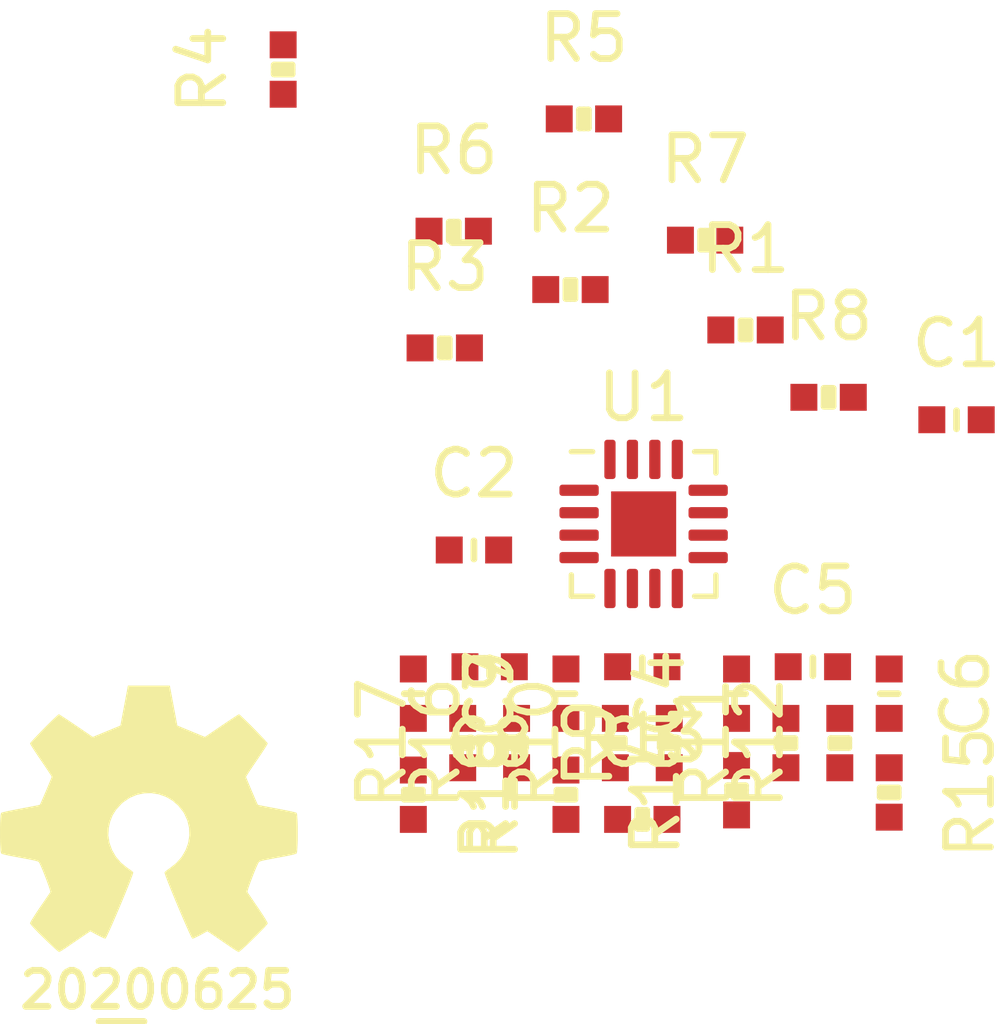
<source format=kicad_pcb>
(kicad_pcb (version 20171130) (host pcbnew 5.1.6-c6e7f7d~86~ubuntu19.10.1)

  (general
    (thickness 1.6)
    (drawings 0)
    (tracks 0)
    (zones 0)
    (modules 31)
    (nets 22)
  )

  (page A4)
  (layers
    (0 F.Cu signal)
    (31 B.Cu signal)
    (32 B.Adhes user)
    (33 F.Adhes user)
    (34 B.Paste user)
    (35 F.Paste user)
    (36 B.SilkS user)
    (37 F.SilkS user)
    (38 B.Mask user)
    (39 F.Mask user)
    (40 Dwgs.User user)
    (41 Cmts.User user)
    (42 Eco1.User user)
    (43 Eco2.User user)
    (44 Edge.Cuts user)
    (45 Margin user)
    (46 B.CrtYd user)
    (47 F.CrtYd user)
    (48 B.Fab user)
    (49 F.Fab user)
  )

  (setup
    (last_trace_width 0.25)
    (user_trace_width 0.2)
    (user_trace_width 0.3)
    (user_trace_width 0.4)
    (user_trace_width 0.6)
    (user_trace_width 0.8)
    (user_trace_width 1)
    (user_trace_width 1.2)
    (user_trace_width 1.4)
    (user_trace_width 1.6)
    (user_trace_width 2)
    (trace_clearance 0.2)
    (zone_clearance 0.508)
    (zone_45_only no)
    (trace_min 0.1524)
    (via_size 0.8)
    (via_drill 0.4)
    (via_min_size 0.381)
    (via_min_drill 0.254)
    (user_via 0.4 0.254)
    (user_via 0.5 0.3)
    (user_via 0.6 0.4)
    (user_via 0.8 0.6)
    (user_via 1.1 0.8)
    (user_via 1.3 1)
    (user_via 1.5 1.2)
    (user_via 1.7 1.4)
    (user_via 1.9 1.6)
    (user_via 2.5 2)
    (uvia_size 0.3)
    (uvia_drill 0.1)
    (uvias_allowed no)
    (uvia_min_size 0.2)
    (uvia_min_drill 0.1)
    (edge_width 0.05)
    (segment_width 0.2)
    (pcb_text_width 0.3)
    (pcb_text_size 1.5 1.5)
    (mod_edge_width 0.12)
    (mod_text_size 0.8 0.8)
    (mod_text_width 0.12)
    (pad_size 1.524 1.524)
    (pad_drill 0.762)
    (pad_to_mask_clearance 0.0762)
    (solder_mask_min_width 0.1016)
    (pad_to_paste_clearance_ratio -0.1)
    (aux_axis_origin 0 0)
    (visible_elements FFFFFF7F)
    (pcbplotparams
      (layerselection 0x010fc_ffffffff)
      (usegerberextensions false)
      (usegerberattributes true)
      (usegerberadvancedattributes true)
      (creategerberjobfile true)
      (excludeedgelayer true)
      (linewidth 0.100000)
      (plotframeref false)
      (viasonmask false)
      (mode 1)
      (useauxorigin false)
      (hpglpennumber 1)
      (hpglpenspeed 20)
      (hpglpendiameter 15.000000)
      (psnegative false)
      (psa4output false)
      (plotreference true)
      (plotvalue true)
      (plotinvisibletext false)
      (padsonsilk false)
      (subtractmaskfromsilk false)
      (outputformat 1)
      (mirror false)
      (drillshape 1)
      (scaleselection 1)
      (outputdirectory ""))
  )

  (net 0 "")
  (net 1 /AVSS)
  (net 2 /AVDD)
  (net 3 /DGND)
  (net 4 /DVDD)
  (net 5 /ADC_REFN)
  (net 6 /ADC_REFP)
  (net 7 /ADC_AIN0)
  (net 8 /ADC_AIN1)
  (net 9 /ADC_AIN2)
  (net 10 /ADC_AIN3)
  (net 11 /A0)
  (net 12 /A1)
  (net 13 /SCL)
  (net 14 /SDA)
  (net 15 /RESET)
  (net 16 /DRDY)
  (net 17 /REF_IN)
  (net 18 /AIN0)
  (net 19 /AIN1)
  (net 20 /AIN2)
  (net 21 /AIN3)

  (net_class Default "This is the default net class."
    (clearance 0.2)
    (trace_width 0.25)
    (via_dia 0.8)
    (via_drill 0.4)
    (uvia_dia 0.3)
    (uvia_drill 0.1)
    (add_net /A0)
    (add_net /A1)
    (add_net /ADC_AIN0)
    (add_net /ADC_AIN1)
    (add_net /ADC_AIN2)
    (add_net /ADC_AIN3)
    (add_net /ADC_REFN)
    (add_net /ADC_REFP)
    (add_net /AIN0)
    (add_net /AIN1)
    (add_net /AIN2)
    (add_net /AIN3)
    (add_net /AVDD)
    (add_net /AVSS)
    (add_net /DGND)
    (add_net /DRDY)
    (add_net /DVDD)
    (add_net /REF_IN)
    (add_net /RESET)
    (add_net /SCL)
    (add_net /SDA)
  )

  (module SquantorRcl:R_0402_hand (layer F.Cu) (tedit 5D440136) (tstamp 5EF57D83)
    (at 144.6 87.05 270)
    (descr "Resistor SMD 0402, reflow soldering, Vishay (see dcrcw.pdf)")
    (tags "resistor 0402")
    (path /5EF8C6D7)
    (attr smd)
    (fp_text reference R19 (at 0 -1.8 90) (layer F.SilkS)
      (effects (font (size 1 1) (thickness 0.15)))
    )
    (fp_text value 1M (at 0 1.8 90) (layer F.Fab)
      (effects (font (size 1 1) (thickness 0.15)))
    )
    (fp_line (start -0.5 0.25) (end -0.5 -0.25) (layer F.Fab) (width 0.1))
    (fp_line (start 0.5 0.25) (end -0.5 0.25) (layer F.Fab) (width 0.1))
    (fp_line (start 0.5 -0.25) (end 0.5 0.25) (layer F.Fab) (width 0.1))
    (fp_line (start -0.5 -0.25) (end 0.5 -0.25) (layer F.Fab) (width 0.1))
    (fp_line (start -1.1 -0.55) (end 1.1 -0.55) (layer F.CrtYd) (width 0.05))
    (fp_line (start -1.1 0.55) (end 1.1 0.55) (layer F.CrtYd) (width 0.05))
    (fp_line (start -1.1 -0.55) (end -1.1 0.55) (layer F.CrtYd) (width 0.05))
    (fp_line (start 1.1 -0.55) (end 1.1 0.55) (layer F.CrtYd) (width 0.05))
    (fp_line (start -0.1 -0.2) (end 0.1 -0.2) (layer F.SilkS) (width 0.15))
    (fp_line (start 0.1 -0.2) (end 0.1 0.2) (layer F.SilkS) (width 0.15))
    (fp_line (start 0.1 0.2) (end -0.1 0.2) (layer F.SilkS) (width 0.15))
    (fp_line (start -0.1 0.2) (end -0.1 -0.2) (layer F.SilkS) (width 0.15))
    (fp_line (start 0 -0.2) (end 0 0.2) (layer F.SilkS) (width 0.15))
    (pad 2 smd rect (at 0.55 0 270) (size 0.6 0.6) (layers F.Cu F.Paste F.Mask)
      (net 21 /AIN3))
    (pad 1 smd rect (at -0.55 0 270) (size 0.6 0.6) (layers F.Cu F.Paste F.Mask)
      (net 1 /AVSS))
    (model ${KISYS3DMOD}/Resistor_SMD.3dshapes/R_0402_1005Metric.step
      (at (xyz 0 0 0))
      (scale (xyz 1 1 1))
      (rotate (xyz 0 0 0))
    )
  )

  (module SquantorRcl:R_0402_hand (layer F.Cu) (tedit 5D440136) (tstamp 5EF57D70)
    (at 148 87.05 90)
    (descr "Resistor SMD 0402, reflow soldering, Vishay (see dcrcw.pdf)")
    (tags "resistor 0402")
    (path /5EF8C6CD)
    (attr smd)
    (fp_text reference R18 (at 0 -1.8 90) (layer F.SilkS)
      (effects (font (size 1 1) (thickness 0.15)))
    )
    (fp_text value 1M (at 0 1.8 90) (layer F.Fab)
      (effects (font (size 1 1) (thickness 0.15)))
    )
    (fp_line (start -0.5 0.25) (end -0.5 -0.25) (layer F.Fab) (width 0.1))
    (fp_line (start 0.5 0.25) (end -0.5 0.25) (layer F.Fab) (width 0.1))
    (fp_line (start 0.5 -0.25) (end 0.5 0.25) (layer F.Fab) (width 0.1))
    (fp_line (start -0.5 -0.25) (end 0.5 -0.25) (layer F.Fab) (width 0.1))
    (fp_line (start -1.1 -0.55) (end 1.1 -0.55) (layer F.CrtYd) (width 0.05))
    (fp_line (start -1.1 0.55) (end 1.1 0.55) (layer F.CrtYd) (width 0.05))
    (fp_line (start -1.1 -0.55) (end -1.1 0.55) (layer F.CrtYd) (width 0.05))
    (fp_line (start 1.1 -0.55) (end 1.1 0.55) (layer F.CrtYd) (width 0.05))
    (fp_line (start -0.1 -0.2) (end 0.1 -0.2) (layer F.SilkS) (width 0.15))
    (fp_line (start 0.1 -0.2) (end 0.1 0.2) (layer F.SilkS) (width 0.15))
    (fp_line (start 0.1 0.2) (end -0.1 0.2) (layer F.SilkS) (width 0.15))
    (fp_line (start -0.1 0.2) (end -0.1 -0.2) (layer F.SilkS) (width 0.15))
    (fp_line (start 0 -0.2) (end 0 0.2) (layer F.SilkS) (width 0.15))
    (pad 2 smd rect (at 0.55 0 90) (size 0.6 0.6) (layers F.Cu F.Paste F.Mask)
      (net 2 /AVDD))
    (pad 1 smd rect (at -0.55 0 90) (size 0.6 0.6) (layers F.Cu F.Paste F.Mask)
      (net 20 /AIN2))
    (model ${KISYS3DMOD}/Resistor_SMD.3dshapes/R_0402_1005Metric.step
      (at (xyz 0 0 0))
      (scale (xyz 1 1 1))
      (rotate (xyz 0 0 0))
    )
  )

  (module SquantorRcl:R_0402_hand (layer F.Cu) (tedit 5D440136) (tstamp 5EF57D5D)
    (at 145.7 85.9 90)
    (descr "Resistor SMD 0402, reflow soldering, Vishay (see dcrcw.pdf)")
    (tags "resistor 0402")
    (path /5EF8C6C3)
    (attr smd)
    (fp_text reference R17 (at 0 -1.8 90) (layer F.SilkS)
      (effects (font (size 1 1) (thickness 0.15)))
    )
    (fp_text value 1K (at 0 1.8 90) (layer F.Fab)
      (effects (font (size 1 1) (thickness 0.15)))
    )
    (fp_line (start -0.5 0.25) (end -0.5 -0.25) (layer F.Fab) (width 0.1))
    (fp_line (start 0.5 0.25) (end -0.5 0.25) (layer F.Fab) (width 0.1))
    (fp_line (start 0.5 -0.25) (end 0.5 0.25) (layer F.Fab) (width 0.1))
    (fp_line (start -0.5 -0.25) (end 0.5 -0.25) (layer F.Fab) (width 0.1))
    (fp_line (start -1.1 -0.55) (end 1.1 -0.55) (layer F.CrtYd) (width 0.05))
    (fp_line (start -1.1 0.55) (end 1.1 0.55) (layer F.CrtYd) (width 0.05))
    (fp_line (start -1.1 -0.55) (end -1.1 0.55) (layer F.CrtYd) (width 0.05))
    (fp_line (start 1.1 -0.55) (end 1.1 0.55) (layer F.CrtYd) (width 0.05))
    (fp_line (start -0.1 -0.2) (end 0.1 -0.2) (layer F.SilkS) (width 0.15))
    (fp_line (start 0.1 -0.2) (end 0.1 0.2) (layer F.SilkS) (width 0.15))
    (fp_line (start 0.1 0.2) (end -0.1 0.2) (layer F.SilkS) (width 0.15))
    (fp_line (start -0.1 0.2) (end -0.1 -0.2) (layer F.SilkS) (width 0.15))
    (fp_line (start 0 -0.2) (end 0 0.2) (layer F.SilkS) (width 0.15))
    (pad 2 smd rect (at 0.55 0 90) (size 0.6 0.6) (layers F.Cu F.Paste F.Mask)
      (net 10 /ADC_AIN3))
    (pad 1 smd rect (at -0.55 0 90) (size 0.6 0.6) (layers F.Cu F.Paste F.Mask)
      (net 21 /AIN3))
    (model ${KISYS3DMOD}/Resistor_SMD.3dshapes/R_0402_1005Metric.step
      (at (xyz 0 0 0))
      (scale (xyz 1 1 1))
      (rotate (xyz 0 0 0))
    )
  )

  (module SquantorRcl:R_0402_hand (layer F.Cu) (tedit 5D440136) (tstamp 5EF57D4A)
    (at 146.9 85.9 90)
    (descr "Resistor SMD 0402, reflow soldering, Vishay (see dcrcw.pdf)")
    (tags "resistor 0402")
    (path /5EF8C6B9)
    (attr smd)
    (fp_text reference R16 (at 0 -1.8 90) (layer F.SilkS)
      (effects (font (size 1 1) (thickness 0.15)))
    )
    (fp_text value 1K (at 0 1.8 90) (layer F.Fab)
      (effects (font (size 1 1) (thickness 0.15)))
    )
    (fp_line (start -0.5 0.25) (end -0.5 -0.25) (layer F.Fab) (width 0.1))
    (fp_line (start 0.5 0.25) (end -0.5 0.25) (layer F.Fab) (width 0.1))
    (fp_line (start 0.5 -0.25) (end 0.5 0.25) (layer F.Fab) (width 0.1))
    (fp_line (start -0.5 -0.25) (end 0.5 -0.25) (layer F.Fab) (width 0.1))
    (fp_line (start -1.1 -0.55) (end 1.1 -0.55) (layer F.CrtYd) (width 0.05))
    (fp_line (start -1.1 0.55) (end 1.1 0.55) (layer F.CrtYd) (width 0.05))
    (fp_line (start -1.1 -0.55) (end -1.1 0.55) (layer F.CrtYd) (width 0.05))
    (fp_line (start 1.1 -0.55) (end 1.1 0.55) (layer F.CrtYd) (width 0.05))
    (fp_line (start -0.1 -0.2) (end 0.1 -0.2) (layer F.SilkS) (width 0.15))
    (fp_line (start 0.1 -0.2) (end 0.1 0.2) (layer F.SilkS) (width 0.15))
    (fp_line (start 0.1 0.2) (end -0.1 0.2) (layer F.SilkS) (width 0.15))
    (fp_line (start -0.1 0.2) (end -0.1 -0.2) (layer F.SilkS) (width 0.15))
    (fp_line (start 0 -0.2) (end 0 0.2) (layer F.SilkS) (width 0.15))
    (pad 2 smd rect (at 0.55 0 90) (size 0.6 0.6) (layers F.Cu F.Paste F.Mask)
      (net 9 /ADC_AIN2))
    (pad 1 smd rect (at -0.55 0 90) (size 0.6 0.6) (layers F.Cu F.Paste F.Mask)
      (net 20 /AIN2))
    (model ${KISYS3DMOD}/Resistor_SMD.3dshapes/R_0402_1005Metric.step
      (at (xyz 0 0 0))
      (scale (xyz 1 1 1))
      (rotate (xyz 0 0 0))
    )
  )

  (module SquantorRcl:R_0402_hand (layer F.Cu) (tedit 5D440136) (tstamp 5EF57D37)
    (at 155.2 87 270)
    (descr "Resistor SMD 0402, reflow soldering, Vishay (see dcrcw.pdf)")
    (tags "resistor 0402")
    (path /5EF7E12A)
    (attr smd)
    (fp_text reference R15 (at 0 -1.8 90) (layer F.SilkS)
      (effects (font (size 1 1) (thickness 0.15)))
    )
    (fp_text value 1M (at 0 1.8 90) (layer F.Fab)
      (effects (font (size 1 1) (thickness 0.15)))
    )
    (fp_line (start -0.5 0.25) (end -0.5 -0.25) (layer F.Fab) (width 0.1))
    (fp_line (start 0.5 0.25) (end -0.5 0.25) (layer F.Fab) (width 0.1))
    (fp_line (start 0.5 -0.25) (end 0.5 0.25) (layer F.Fab) (width 0.1))
    (fp_line (start -0.5 -0.25) (end 0.5 -0.25) (layer F.Fab) (width 0.1))
    (fp_line (start -1.1 -0.55) (end 1.1 -0.55) (layer F.CrtYd) (width 0.05))
    (fp_line (start -1.1 0.55) (end 1.1 0.55) (layer F.CrtYd) (width 0.05))
    (fp_line (start -1.1 -0.55) (end -1.1 0.55) (layer F.CrtYd) (width 0.05))
    (fp_line (start 1.1 -0.55) (end 1.1 0.55) (layer F.CrtYd) (width 0.05))
    (fp_line (start -0.1 -0.2) (end 0.1 -0.2) (layer F.SilkS) (width 0.15))
    (fp_line (start 0.1 -0.2) (end 0.1 0.2) (layer F.SilkS) (width 0.15))
    (fp_line (start 0.1 0.2) (end -0.1 0.2) (layer F.SilkS) (width 0.15))
    (fp_line (start -0.1 0.2) (end -0.1 -0.2) (layer F.SilkS) (width 0.15))
    (fp_line (start 0 -0.2) (end 0 0.2) (layer F.SilkS) (width 0.15))
    (pad 2 smd rect (at 0.55 0 270) (size 0.6 0.6) (layers F.Cu F.Paste F.Mask)
      (net 19 /AIN1))
    (pad 1 smd rect (at -0.55 0 270) (size 0.6 0.6) (layers F.Cu F.Paste F.Mask)
      (net 1 /AVSS))
    (model ${KISYS3DMOD}/Resistor_SMD.3dshapes/R_0402_1005Metric.step
      (at (xyz 0 0 0))
      (scale (xyz 1 1 1))
      (rotate (xyz 0 0 0))
    )
  )

  (module SquantorRcl:R_0402_hand (layer F.Cu) (tedit 5D440136) (tstamp 5EF57D24)
    (at 151.8 86.95 90)
    (descr "Resistor SMD 0402, reflow soldering, Vishay (see dcrcw.pdf)")
    (tags "resistor 0402")
    (path /5EF7DBB8)
    (attr smd)
    (fp_text reference R14 (at 0 -1.8 90) (layer F.SilkS)
      (effects (font (size 1 1) (thickness 0.15)))
    )
    (fp_text value 1M (at 0 1.8 90) (layer F.Fab)
      (effects (font (size 1 1) (thickness 0.15)))
    )
    (fp_line (start -0.5 0.25) (end -0.5 -0.25) (layer F.Fab) (width 0.1))
    (fp_line (start 0.5 0.25) (end -0.5 0.25) (layer F.Fab) (width 0.1))
    (fp_line (start 0.5 -0.25) (end 0.5 0.25) (layer F.Fab) (width 0.1))
    (fp_line (start -0.5 -0.25) (end 0.5 -0.25) (layer F.Fab) (width 0.1))
    (fp_line (start -1.1 -0.55) (end 1.1 -0.55) (layer F.CrtYd) (width 0.05))
    (fp_line (start -1.1 0.55) (end 1.1 0.55) (layer F.CrtYd) (width 0.05))
    (fp_line (start -1.1 -0.55) (end -1.1 0.55) (layer F.CrtYd) (width 0.05))
    (fp_line (start 1.1 -0.55) (end 1.1 0.55) (layer F.CrtYd) (width 0.05))
    (fp_line (start -0.1 -0.2) (end 0.1 -0.2) (layer F.SilkS) (width 0.15))
    (fp_line (start 0.1 -0.2) (end 0.1 0.2) (layer F.SilkS) (width 0.15))
    (fp_line (start 0.1 0.2) (end -0.1 0.2) (layer F.SilkS) (width 0.15))
    (fp_line (start -0.1 0.2) (end -0.1 -0.2) (layer F.SilkS) (width 0.15))
    (fp_line (start 0 -0.2) (end 0 0.2) (layer F.SilkS) (width 0.15))
    (pad 2 smd rect (at 0.55 0 90) (size 0.6 0.6) (layers F.Cu F.Paste F.Mask)
      (net 2 /AVDD))
    (pad 1 smd rect (at -0.55 0 90) (size 0.6 0.6) (layers F.Cu F.Paste F.Mask)
      (net 18 /AIN0))
    (model ${KISYS3DMOD}/Resistor_SMD.3dshapes/R_0402_1005Metric.step
      (at (xyz 0 0 0))
      (scale (xyz 1 1 1))
      (rotate (xyz 0 0 0))
    )
  )

  (module SquantorRcl:R_0402_hand (layer F.Cu) (tedit 5D440136) (tstamp 5EF57D11)
    (at 149.7 87.6)
    (descr "Resistor SMD 0402, reflow soldering, Vishay (see dcrcw.pdf)")
    (tags "resistor 0402")
    (path /5EFA4A53)
    (attr smd)
    (fp_text reference R13 (at 0 -1.8) (layer F.SilkS)
      (effects (font (size 1 1) (thickness 0.15)))
    )
    (fp_text value 1K (at 0 1.8) (layer F.Fab)
      (effects (font (size 1 1) (thickness 0.15)))
    )
    (fp_line (start -0.5 0.25) (end -0.5 -0.25) (layer F.Fab) (width 0.1))
    (fp_line (start 0.5 0.25) (end -0.5 0.25) (layer F.Fab) (width 0.1))
    (fp_line (start 0.5 -0.25) (end 0.5 0.25) (layer F.Fab) (width 0.1))
    (fp_line (start -0.5 -0.25) (end 0.5 -0.25) (layer F.Fab) (width 0.1))
    (fp_line (start -1.1 -0.55) (end 1.1 -0.55) (layer F.CrtYd) (width 0.05))
    (fp_line (start -1.1 0.55) (end 1.1 0.55) (layer F.CrtYd) (width 0.05))
    (fp_line (start -1.1 -0.55) (end -1.1 0.55) (layer F.CrtYd) (width 0.05))
    (fp_line (start 1.1 -0.55) (end 1.1 0.55) (layer F.CrtYd) (width 0.05))
    (fp_line (start -0.1 -0.2) (end 0.1 -0.2) (layer F.SilkS) (width 0.15))
    (fp_line (start 0.1 -0.2) (end 0.1 0.2) (layer F.SilkS) (width 0.15))
    (fp_line (start 0.1 0.2) (end -0.1 0.2) (layer F.SilkS) (width 0.15))
    (fp_line (start -0.1 0.2) (end -0.1 -0.2) (layer F.SilkS) (width 0.15))
    (fp_line (start 0 -0.2) (end 0 0.2) (layer F.SilkS) (width 0.15))
    (pad 2 smd rect (at 0.55 0) (size 0.6 0.6) (layers F.Cu F.Paste F.Mask)
      (net 17 /REF_IN))
    (pad 1 smd rect (at -0.55 0) (size 0.6 0.6) (layers F.Cu F.Paste F.Mask)
      (net 1 /AVSS))
    (model ${KISYS3DMOD}/Resistor_SMD.3dshapes/R_0402_1005Metric.step
      (at (xyz 0 0 0))
      (scale (xyz 1 1 1))
      (rotate (xyz 0 0 0))
    )
  )

  (module SquantorRcl:R_0402_hand (layer F.Cu) (tedit 5D440136) (tstamp 5EF57CFE)
    (at 154.1 85.9 90)
    (descr "Resistor SMD 0402, reflow soldering, Vishay (see dcrcw.pdf)")
    (tags "resistor 0402")
    (path /5EF7D6C5)
    (attr smd)
    (fp_text reference R12 (at 0 -1.8 90) (layer F.SilkS)
      (effects (font (size 1 1) (thickness 0.15)))
    )
    (fp_text value 1K (at 0 1.8 90) (layer F.Fab)
      (effects (font (size 1 1) (thickness 0.15)))
    )
    (fp_line (start -0.5 0.25) (end -0.5 -0.25) (layer F.Fab) (width 0.1))
    (fp_line (start 0.5 0.25) (end -0.5 0.25) (layer F.Fab) (width 0.1))
    (fp_line (start 0.5 -0.25) (end 0.5 0.25) (layer F.Fab) (width 0.1))
    (fp_line (start -0.5 -0.25) (end 0.5 -0.25) (layer F.Fab) (width 0.1))
    (fp_line (start -1.1 -0.55) (end 1.1 -0.55) (layer F.CrtYd) (width 0.05))
    (fp_line (start -1.1 0.55) (end 1.1 0.55) (layer F.CrtYd) (width 0.05))
    (fp_line (start -1.1 -0.55) (end -1.1 0.55) (layer F.CrtYd) (width 0.05))
    (fp_line (start 1.1 -0.55) (end 1.1 0.55) (layer F.CrtYd) (width 0.05))
    (fp_line (start -0.1 -0.2) (end 0.1 -0.2) (layer F.SilkS) (width 0.15))
    (fp_line (start 0.1 -0.2) (end 0.1 0.2) (layer F.SilkS) (width 0.15))
    (fp_line (start 0.1 0.2) (end -0.1 0.2) (layer F.SilkS) (width 0.15))
    (fp_line (start -0.1 0.2) (end -0.1 -0.2) (layer F.SilkS) (width 0.15))
    (fp_line (start 0 -0.2) (end 0 0.2) (layer F.SilkS) (width 0.15))
    (pad 2 smd rect (at 0.55 0 90) (size 0.6 0.6) (layers F.Cu F.Paste F.Mask)
      (net 8 /ADC_AIN1))
    (pad 1 smd rect (at -0.55 0 90) (size 0.6 0.6) (layers F.Cu F.Paste F.Mask)
      (net 19 /AIN1))
    (model ${KISYS3DMOD}/Resistor_SMD.3dshapes/R_0402_1005Metric.step
      (at (xyz 0 0 0))
      (scale (xyz 1 1 1))
      (rotate (xyz 0 0 0))
    )
  )

  (module SquantorRcl:R_0402_hand (layer F.Cu) (tedit 5D440136) (tstamp 5EF57CEB)
    (at 152.9 85.9 90)
    (descr "Resistor SMD 0402, reflow soldering, Vishay (see dcrcw.pdf)")
    (tags "resistor 0402")
    (path /5EF7C3AF)
    (attr smd)
    (fp_text reference R11 (at 0 -1.8 90) (layer F.SilkS)
      (effects (font (size 1 1) (thickness 0.15)))
    )
    (fp_text value 1K (at 0 1.8 90) (layer F.Fab)
      (effects (font (size 1 1) (thickness 0.15)))
    )
    (fp_line (start -0.5 0.25) (end -0.5 -0.25) (layer F.Fab) (width 0.1))
    (fp_line (start 0.5 0.25) (end -0.5 0.25) (layer F.Fab) (width 0.1))
    (fp_line (start 0.5 -0.25) (end 0.5 0.25) (layer F.Fab) (width 0.1))
    (fp_line (start -0.5 -0.25) (end 0.5 -0.25) (layer F.Fab) (width 0.1))
    (fp_line (start -1.1 -0.55) (end 1.1 -0.55) (layer F.CrtYd) (width 0.05))
    (fp_line (start -1.1 0.55) (end 1.1 0.55) (layer F.CrtYd) (width 0.05))
    (fp_line (start -1.1 -0.55) (end -1.1 0.55) (layer F.CrtYd) (width 0.05))
    (fp_line (start 1.1 -0.55) (end 1.1 0.55) (layer F.CrtYd) (width 0.05))
    (fp_line (start -0.1 -0.2) (end 0.1 -0.2) (layer F.SilkS) (width 0.15))
    (fp_line (start 0.1 -0.2) (end 0.1 0.2) (layer F.SilkS) (width 0.15))
    (fp_line (start 0.1 0.2) (end -0.1 0.2) (layer F.SilkS) (width 0.15))
    (fp_line (start -0.1 0.2) (end -0.1 -0.2) (layer F.SilkS) (width 0.15))
    (fp_line (start 0 -0.2) (end 0 0.2) (layer F.SilkS) (width 0.15))
    (pad 2 smd rect (at 0.55 0 90) (size 0.6 0.6) (layers F.Cu F.Paste F.Mask)
      (net 7 /ADC_AIN0))
    (pad 1 smd rect (at -0.55 0 90) (size 0.6 0.6) (layers F.Cu F.Paste F.Mask)
      (net 18 /AIN0))
    (model ${KISYS3DMOD}/Resistor_SMD.3dshapes/R_0402_1005Metric.step
      (at (xyz 0 0 0))
      (scale (xyz 1 1 1))
      (rotate (xyz 0 0 0))
    )
  )

  (module SquantorRcl:R_0402_hand (layer F.Cu) (tedit 5D440136) (tstamp 5EF57CD8)
    (at 149.1 85.9 90)
    (descr "Resistor SMD 0402, reflow soldering, Vishay (see dcrcw.pdf)")
    (tags "resistor 0402")
    (path /5EFA4453)
    (attr smd)
    (fp_text reference R10 (at 0 -1.8 90) (layer F.SilkS)
      (effects (font (size 1 1) (thickness 0.15)))
    )
    (fp_text value 1K (at 0 1.8 90) (layer F.Fab)
      (effects (font (size 1 1) (thickness 0.15)))
    )
    (fp_line (start -0.5 0.25) (end -0.5 -0.25) (layer F.Fab) (width 0.1))
    (fp_line (start 0.5 0.25) (end -0.5 0.25) (layer F.Fab) (width 0.1))
    (fp_line (start 0.5 -0.25) (end 0.5 0.25) (layer F.Fab) (width 0.1))
    (fp_line (start -0.5 -0.25) (end 0.5 -0.25) (layer F.Fab) (width 0.1))
    (fp_line (start -1.1 -0.55) (end 1.1 -0.55) (layer F.CrtYd) (width 0.05))
    (fp_line (start -1.1 0.55) (end 1.1 0.55) (layer F.CrtYd) (width 0.05))
    (fp_line (start -1.1 -0.55) (end -1.1 0.55) (layer F.CrtYd) (width 0.05))
    (fp_line (start 1.1 -0.55) (end 1.1 0.55) (layer F.CrtYd) (width 0.05))
    (fp_line (start -0.1 -0.2) (end 0.1 -0.2) (layer F.SilkS) (width 0.15))
    (fp_line (start 0.1 -0.2) (end 0.1 0.2) (layer F.SilkS) (width 0.15))
    (fp_line (start 0.1 0.2) (end -0.1 0.2) (layer F.SilkS) (width 0.15))
    (fp_line (start -0.1 0.2) (end -0.1 -0.2) (layer F.SilkS) (width 0.15))
    (fp_line (start 0 -0.2) (end 0 0.2) (layer F.SilkS) (width 0.15))
    (pad 2 smd rect (at 0.55 0 90) (size 0.6 0.6) (layers F.Cu F.Paste F.Mask)
      (net 5 /ADC_REFN))
    (pad 1 smd rect (at -0.55 0 90) (size 0.6 0.6) (layers F.Cu F.Paste F.Mask)
      (net 1 /AVSS))
    (model ${KISYS3DMOD}/Resistor_SMD.3dshapes/R_0402_1005Metric.step
      (at (xyz 0 0 0))
      (scale (xyz 1 1 1))
      (rotate (xyz 0 0 0))
    )
  )

  (module SquantorRcl:R_0402_hand (layer F.Cu) (tedit 5D440136) (tstamp 5EF57CC5)
    (at 150.3 85.9 90)
    (descr "Resistor SMD 0402, reflow soldering, Vishay (see dcrcw.pdf)")
    (tags "resistor 0402")
    (path /5EFA3F07)
    (attr smd)
    (fp_text reference R9 (at 0 -1.8 90) (layer F.SilkS)
      (effects (font (size 1 1) (thickness 0.15)))
    )
    (fp_text value 1K (at 0 1.8 90) (layer F.Fab)
      (effects (font (size 1 1) (thickness 0.15)))
    )
    (fp_line (start -0.5 0.25) (end -0.5 -0.25) (layer F.Fab) (width 0.1))
    (fp_line (start 0.5 0.25) (end -0.5 0.25) (layer F.Fab) (width 0.1))
    (fp_line (start 0.5 -0.25) (end 0.5 0.25) (layer F.Fab) (width 0.1))
    (fp_line (start -0.5 -0.25) (end 0.5 -0.25) (layer F.Fab) (width 0.1))
    (fp_line (start -1.1 -0.55) (end 1.1 -0.55) (layer F.CrtYd) (width 0.05))
    (fp_line (start -1.1 0.55) (end 1.1 0.55) (layer F.CrtYd) (width 0.05))
    (fp_line (start -1.1 -0.55) (end -1.1 0.55) (layer F.CrtYd) (width 0.05))
    (fp_line (start 1.1 -0.55) (end 1.1 0.55) (layer F.CrtYd) (width 0.05))
    (fp_line (start -0.1 -0.2) (end 0.1 -0.2) (layer F.SilkS) (width 0.15))
    (fp_line (start 0.1 -0.2) (end 0.1 0.2) (layer F.SilkS) (width 0.15))
    (fp_line (start 0.1 0.2) (end -0.1 0.2) (layer F.SilkS) (width 0.15))
    (fp_line (start -0.1 0.2) (end -0.1 -0.2) (layer F.SilkS) (width 0.15))
    (fp_line (start 0 -0.2) (end 0 0.2) (layer F.SilkS) (width 0.15))
    (pad 2 smd rect (at 0.55 0 90) (size 0.6 0.6) (layers F.Cu F.Paste F.Mask)
      (net 6 /ADC_REFP))
    (pad 1 smd rect (at -0.55 0 90) (size 0.6 0.6) (layers F.Cu F.Paste F.Mask)
      (net 17 /REF_IN))
    (model ${KISYS3DMOD}/Resistor_SMD.3dshapes/R_0402_1005Metric.step
      (at (xyz 0 0 0))
      (scale (xyz 1 1 1))
      (rotate (xyz 0 0 0))
    )
  )

  (module SquantorRcl:C_0402 (layer F.Cu) (tedit 5D442507) (tstamp 5EF57C0E)
    (at 144.6 84.8 270)
    (descr "Capacitor SMD 0402, reflow soldering, AVX (see smccp.pdf)")
    (tags "capacitor 0402")
    (path /5EF8C6AF)
    (attr smd)
    (fp_text reference C9 (at 0 -1.7 90) (layer F.SilkS)
      (effects (font (size 1 1) (thickness 0.15)))
    )
    (fp_text value 10n (at 0 1.7 90) (layer F.Fab)
      (effects (font (size 1 1) (thickness 0.15)))
    )
    (fp_line (start -0.5 0.25) (end -0.5 -0.25) (layer F.Fab) (width 0.1))
    (fp_line (start 0.5 0.25) (end -0.5 0.25) (layer F.Fab) (width 0.1))
    (fp_line (start 0.5 -0.25) (end 0.5 0.25) (layer F.Fab) (width 0.1))
    (fp_line (start -0.5 -0.25) (end 0.5 -0.25) (layer F.Fab) (width 0.1))
    (fp_line (start -1.1 -0.55) (end 1.1 -0.55) (layer F.CrtYd) (width 0.05))
    (fp_line (start -1.1 0.55) (end 1.1 0.55) (layer F.CrtYd) (width 0.05))
    (fp_line (start -1.1 -0.55) (end -1.1 0.55) (layer F.CrtYd) (width 0.05))
    (fp_line (start 1.1 -0.55) (end 1.1 0.55) (layer F.CrtYd) (width 0.05))
    (fp_line (start 0 -0.2) (end 0 0.2) (layer F.SilkS) (width 0.15))
    (pad 2 smd rect (at 0.55 0 270) (size 0.6 0.6) (layers F.Cu F.Paste F.Mask)
      (net 1 /AVSS))
    (pad 1 smd rect (at -0.55 0 270) (size 0.6 0.6) (layers F.Cu F.Paste F.Mask)
      (net 10 /ADC_AIN3))
    (model ${KISYS3DMOD}/Capacitor_SMD.3dshapes/C_0402_1005Metric.step
      (at (xyz 0 0 0))
      (scale (xyz 1 1 1))
      (rotate (xyz 0 0 0))
    )
  )

  (module SquantorRcl:C_0402 (layer F.Cu) (tedit 5D442507) (tstamp 5EF57BFF)
    (at 146.3 84.2 180)
    (descr "Capacitor SMD 0402, reflow soldering, AVX (see smccp.pdf)")
    (tags "capacitor 0402")
    (path /5EF8C69B)
    (attr smd)
    (fp_text reference C8 (at 0 -1.7) (layer F.SilkS)
      (effects (font (size 1 1) (thickness 0.15)))
    )
    (fp_text value 100n (at 0 1.7) (layer F.Fab)
      (effects (font (size 1 1) (thickness 0.15)))
    )
    (fp_line (start -0.5 0.25) (end -0.5 -0.25) (layer F.Fab) (width 0.1))
    (fp_line (start 0.5 0.25) (end -0.5 0.25) (layer F.Fab) (width 0.1))
    (fp_line (start 0.5 -0.25) (end 0.5 0.25) (layer F.Fab) (width 0.1))
    (fp_line (start -0.5 -0.25) (end 0.5 -0.25) (layer F.Fab) (width 0.1))
    (fp_line (start -1.1 -0.55) (end 1.1 -0.55) (layer F.CrtYd) (width 0.05))
    (fp_line (start -1.1 0.55) (end 1.1 0.55) (layer F.CrtYd) (width 0.05))
    (fp_line (start -1.1 -0.55) (end -1.1 0.55) (layer F.CrtYd) (width 0.05))
    (fp_line (start 1.1 -0.55) (end 1.1 0.55) (layer F.CrtYd) (width 0.05))
    (fp_line (start 0 -0.2) (end 0 0.2) (layer F.SilkS) (width 0.15))
    (pad 2 smd rect (at 0.55 0 180) (size 0.6 0.6) (layers F.Cu F.Paste F.Mask)
      (net 10 /ADC_AIN3))
    (pad 1 smd rect (at -0.55 0 180) (size 0.6 0.6) (layers F.Cu F.Paste F.Mask)
      (net 9 /ADC_AIN2))
    (model ${KISYS3DMOD}/Capacitor_SMD.3dshapes/C_0402_1005Metric.step
      (at (xyz 0 0 0))
      (scale (xyz 1 1 1))
      (rotate (xyz 0 0 0))
    )
  )

  (module SquantorRcl:C_0402 (layer F.Cu) (tedit 5D442507) (tstamp 5EF57BF0)
    (at 148 84.8 90)
    (descr "Capacitor SMD 0402, reflow soldering, AVX (see smccp.pdf)")
    (tags "capacitor 0402")
    (path /5EF8C6A5)
    (attr smd)
    (fp_text reference C7 (at 0 -1.7 90) (layer F.SilkS)
      (effects (font (size 1 1) (thickness 0.15)))
    )
    (fp_text value 10n (at 0 1.7 90) (layer F.Fab)
      (effects (font (size 1 1) (thickness 0.15)))
    )
    (fp_line (start -0.5 0.25) (end -0.5 -0.25) (layer F.Fab) (width 0.1))
    (fp_line (start 0.5 0.25) (end -0.5 0.25) (layer F.Fab) (width 0.1))
    (fp_line (start 0.5 -0.25) (end 0.5 0.25) (layer F.Fab) (width 0.1))
    (fp_line (start -0.5 -0.25) (end 0.5 -0.25) (layer F.Fab) (width 0.1))
    (fp_line (start -1.1 -0.55) (end 1.1 -0.55) (layer F.CrtYd) (width 0.05))
    (fp_line (start -1.1 0.55) (end 1.1 0.55) (layer F.CrtYd) (width 0.05))
    (fp_line (start -1.1 -0.55) (end -1.1 0.55) (layer F.CrtYd) (width 0.05))
    (fp_line (start 1.1 -0.55) (end 1.1 0.55) (layer F.CrtYd) (width 0.05))
    (fp_line (start 0 -0.2) (end 0 0.2) (layer F.SilkS) (width 0.15))
    (pad 2 smd rect (at 0.55 0 90) (size 0.6 0.6) (layers F.Cu F.Paste F.Mask)
      (net 9 /ADC_AIN2))
    (pad 1 smd rect (at -0.55 0 90) (size 0.6 0.6) (layers F.Cu F.Paste F.Mask)
      (net 1 /AVSS))
    (model ${KISYS3DMOD}/Capacitor_SMD.3dshapes/C_0402_1005Metric.step
      (at (xyz 0 0 0))
      (scale (xyz 1 1 1))
      (rotate (xyz 0 0 0))
    )
  )

  (module SquantorRcl:C_0402 (layer F.Cu) (tedit 5D442507) (tstamp 5EF57BE1)
    (at 155.2 84.8 270)
    (descr "Capacitor SMD 0402, reflow soldering, AVX (see smccp.pdf)")
    (tags "capacitor 0402")
    (path /5EF7BF94)
    (attr smd)
    (fp_text reference C6 (at 0 -1.7 90) (layer F.SilkS)
      (effects (font (size 1 1) (thickness 0.15)))
    )
    (fp_text value 10n (at 0 1.7 90) (layer F.Fab)
      (effects (font (size 1 1) (thickness 0.15)))
    )
    (fp_line (start -0.5 0.25) (end -0.5 -0.25) (layer F.Fab) (width 0.1))
    (fp_line (start 0.5 0.25) (end -0.5 0.25) (layer F.Fab) (width 0.1))
    (fp_line (start 0.5 -0.25) (end 0.5 0.25) (layer F.Fab) (width 0.1))
    (fp_line (start -0.5 -0.25) (end 0.5 -0.25) (layer F.Fab) (width 0.1))
    (fp_line (start -1.1 -0.55) (end 1.1 -0.55) (layer F.CrtYd) (width 0.05))
    (fp_line (start -1.1 0.55) (end 1.1 0.55) (layer F.CrtYd) (width 0.05))
    (fp_line (start -1.1 -0.55) (end -1.1 0.55) (layer F.CrtYd) (width 0.05))
    (fp_line (start 1.1 -0.55) (end 1.1 0.55) (layer F.CrtYd) (width 0.05))
    (fp_line (start 0 -0.2) (end 0 0.2) (layer F.SilkS) (width 0.15))
    (pad 2 smd rect (at 0.55 0 270) (size 0.6 0.6) (layers F.Cu F.Paste F.Mask)
      (net 1 /AVSS))
    (pad 1 smd rect (at -0.55 0 270) (size 0.6 0.6) (layers F.Cu F.Paste F.Mask)
      (net 8 /ADC_AIN1))
    (model ${KISYS3DMOD}/Capacitor_SMD.3dshapes/C_0402_1005Metric.step
      (at (xyz 0 0 0))
      (scale (xyz 1 1 1))
      (rotate (xyz 0 0 0))
    )
  )

  (module SquantorRcl:C_0402 (layer F.Cu) (tedit 5D442507) (tstamp 5EF57BD2)
    (at 153.5 84.2)
    (descr "Capacitor SMD 0402, reflow soldering, AVX (see smccp.pdf)")
    (tags "capacitor 0402")
    (path /5EF73A0B)
    (attr smd)
    (fp_text reference C5 (at 0 -1.7) (layer F.SilkS)
      (effects (font (size 1 1) (thickness 0.15)))
    )
    (fp_text value 100n (at 0 1.7) (layer F.Fab)
      (effects (font (size 1 1) (thickness 0.15)))
    )
    (fp_line (start -0.5 0.25) (end -0.5 -0.25) (layer F.Fab) (width 0.1))
    (fp_line (start 0.5 0.25) (end -0.5 0.25) (layer F.Fab) (width 0.1))
    (fp_line (start 0.5 -0.25) (end 0.5 0.25) (layer F.Fab) (width 0.1))
    (fp_line (start -0.5 -0.25) (end 0.5 -0.25) (layer F.Fab) (width 0.1))
    (fp_line (start -1.1 -0.55) (end 1.1 -0.55) (layer F.CrtYd) (width 0.05))
    (fp_line (start -1.1 0.55) (end 1.1 0.55) (layer F.CrtYd) (width 0.05))
    (fp_line (start -1.1 -0.55) (end -1.1 0.55) (layer F.CrtYd) (width 0.05))
    (fp_line (start 1.1 -0.55) (end 1.1 0.55) (layer F.CrtYd) (width 0.05))
    (fp_line (start 0 -0.2) (end 0 0.2) (layer F.SilkS) (width 0.15))
    (pad 2 smd rect (at 0.55 0) (size 0.6 0.6) (layers F.Cu F.Paste F.Mask)
      (net 8 /ADC_AIN1))
    (pad 1 smd rect (at -0.55 0) (size 0.6 0.6) (layers F.Cu F.Paste F.Mask)
      (net 7 /ADC_AIN0))
    (model ${KISYS3DMOD}/Capacitor_SMD.3dshapes/C_0402_1005Metric.step
      (at (xyz 0 0 0))
      (scale (xyz 1 1 1))
      (rotate (xyz 0 0 0))
    )
  )

  (module SquantorRcl:C_0402 (layer F.Cu) (tedit 5D442507) (tstamp 5EF57BC3)
    (at 151.8 84.8 90)
    (descr "Capacitor SMD 0402, reflow soldering, AVX (see smccp.pdf)")
    (tags "capacitor 0402")
    (path /5EF7B923)
    (attr smd)
    (fp_text reference C4 (at 0 -1.7 90) (layer F.SilkS)
      (effects (font (size 1 1) (thickness 0.15)))
    )
    (fp_text value 10n (at 0 1.7 90) (layer F.Fab)
      (effects (font (size 1 1) (thickness 0.15)))
    )
    (fp_line (start -0.5 0.25) (end -0.5 -0.25) (layer F.Fab) (width 0.1))
    (fp_line (start 0.5 0.25) (end -0.5 0.25) (layer F.Fab) (width 0.1))
    (fp_line (start 0.5 -0.25) (end 0.5 0.25) (layer F.Fab) (width 0.1))
    (fp_line (start -0.5 -0.25) (end 0.5 -0.25) (layer F.Fab) (width 0.1))
    (fp_line (start -1.1 -0.55) (end 1.1 -0.55) (layer F.CrtYd) (width 0.05))
    (fp_line (start -1.1 0.55) (end 1.1 0.55) (layer F.CrtYd) (width 0.05))
    (fp_line (start -1.1 -0.55) (end -1.1 0.55) (layer F.CrtYd) (width 0.05))
    (fp_line (start 1.1 -0.55) (end 1.1 0.55) (layer F.CrtYd) (width 0.05))
    (fp_line (start 0 -0.2) (end 0 0.2) (layer F.SilkS) (width 0.15))
    (pad 2 smd rect (at 0.55 0 90) (size 0.6 0.6) (layers F.Cu F.Paste F.Mask)
      (net 7 /ADC_AIN0))
    (pad 1 smd rect (at -0.55 0 90) (size 0.6 0.6) (layers F.Cu F.Paste F.Mask)
      (net 1 /AVSS))
    (model ${KISYS3DMOD}/Capacitor_SMD.3dshapes/C_0402_1005Metric.step
      (at (xyz 0 0 0))
      (scale (xyz 1 1 1))
      (rotate (xyz 0 0 0))
    )
  )

  (module SquantorRcl:C_0402 (layer F.Cu) (tedit 5D442507) (tstamp 5EF57BB4)
    (at 149.7 84.2 180)
    (descr "Capacitor SMD 0402, reflow soldering, AVX (see smccp.pdf)")
    (tags "capacitor 0402")
    (path /5EFA1114)
    (attr smd)
    (fp_text reference C3 (at 0 -1.7) (layer F.SilkS)
      (effects (font (size 1 1) (thickness 0.15)))
    )
    (fp_text value 100n (at 0 1.7) (layer F.Fab)
      (effects (font (size 1 1) (thickness 0.15)))
    )
    (fp_line (start -0.5 0.25) (end -0.5 -0.25) (layer F.Fab) (width 0.1))
    (fp_line (start 0.5 0.25) (end -0.5 0.25) (layer F.Fab) (width 0.1))
    (fp_line (start 0.5 -0.25) (end 0.5 0.25) (layer F.Fab) (width 0.1))
    (fp_line (start -0.5 -0.25) (end 0.5 -0.25) (layer F.Fab) (width 0.1))
    (fp_line (start -1.1 -0.55) (end 1.1 -0.55) (layer F.CrtYd) (width 0.05))
    (fp_line (start -1.1 0.55) (end 1.1 0.55) (layer F.CrtYd) (width 0.05))
    (fp_line (start -1.1 -0.55) (end -1.1 0.55) (layer F.CrtYd) (width 0.05))
    (fp_line (start 1.1 -0.55) (end 1.1 0.55) (layer F.CrtYd) (width 0.05))
    (fp_line (start 0 -0.2) (end 0 0.2) (layer F.SilkS) (width 0.15))
    (pad 2 smd rect (at 0.55 0 180) (size 0.6 0.6) (layers F.Cu F.Paste F.Mask)
      (net 5 /ADC_REFN))
    (pad 1 smd rect (at -0.55 0 180) (size 0.6 0.6) (layers F.Cu F.Paste F.Mask)
      (net 6 /ADC_REFP))
    (model ${KISYS3DMOD}/Capacitor_SMD.3dshapes/C_0402_1005Metric.step
      (at (xyz 0 0 0))
      (scale (xyz 1 1 1))
      (rotate (xyz 0 0 0))
    )
  )

  (module Package_DFN_QFN:QFN-16-1EP_3x3mm_P0.5mm_EP1.45x1.45mm (layer F.Cu) (tedit 5DC5F6A3) (tstamp 5EF57DAD)
    (at 149.73 81.02)
    (descr "QFN, 16 Pin (http://cds.linear.com/docs/en/datasheet/37551fd.pdf), generated with kicad-footprint-generator ipc_noLead_generator.py")
    (tags "QFN NoLead")
    (path /5EF54E5C)
    (attr smd)
    (fp_text reference U1 (at 0 -2.82) (layer F.SilkS)
      (effects (font (size 1 1) (thickness 0.15)))
    )
    (fp_text value ADS122C04IRTE (at 0 2.82) (layer F.Fab)
      (effects (font (size 1 1) (thickness 0.15)))
    )
    (fp_line (start 2.12 -2.12) (end -2.12 -2.12) (layer F.CrtYd) (width 0.05))
    (fp_line (start 2.12 2.12) (end 2.12 -2.12) (layer F.CrtYd) (width 0.05))
    (fp_line (start -2.12 2.12) (end 2.12 2.12) (layer F.CrtYd) (width 0.05))
    (fp_line (start -2.12 -2.12) (end -2.12 2.12) (layer F.CrtYd) (width 0.05))
    (fp_line (start -1.5 -0.75) (end -0.75 -1.5) (layer F.Fab) (width 0.1))
    (fp_line (start -1.5 1.5) (end -1.5 -0.75) (layer F.Fab) (width 0.1))
    (fp_line (start 1.5 1.5) (end -1.5 1.5) (layer F.Fab) (width 0.1))
    (fp_line (start 1.5 -1.5) (end 1.5 1.5) (layer F.Fab) (width 0.1))
    (fp_line (start -0.75 -1.5) (end 1.5 -1.5) (layer F.Fab) (width 0.1))
    (fp_line (start -1.135 -1.61) (end -1.61 -1.61) (layer F.SilkS) (width 0.12))
    (fp_line (start 1.61 1.61) (end 1.61 1.135) (layer F.SilkS) (width 0.12))
    (fp_line (start 1.135 1.61) (end 1.61 1.61) (layer F.SilkS) (width 0.12))
    (fp_line (start -1.61 1.61) (end -1.61 1.135) (layer F.SilkS) (width 0.12))
    (fp_line (start -1.135 1.61) (end -1.61 1.61) (layer F.SilkS) (width 0.12))
    (fp_line (start 1.61 -1.61) (end 1.61 -1.135) (layer F.SilkS) (width 0.12))
    (fp_line (start 1.135 -1.61) (end 1.61 -1.61) (layer F.SilkS) (width 0.12))
    (fp_text user %R (at 0 0) (layer F.Fab)
      (effects (font (size 0.75 0.75) (thickness 0.11)))
    )
    (pad "" smd roundrect (at 0.36 0.36) (size 0.58 0.58) (layers F.Paste) (roundrect_rratio 0.25))
    (pad "" smd roundrect (at 0.36 -0.36) (size 0.58 0.58) (layers F.Paste) (roundrect_rratio 0.25))
    (pad "" smd roundrect (at -0.36 0.36) (size 0.58 0.58) (layers F.Paste) (roundrect_rratio 0.25))
    (pad "" smd roundrect (at -0.36 -0.36) (size 0.58 0.58) (layers F.Paste) (roundrect_rratio 0.25))
    (pad 17 smd rect (at 0 0) (size 1.45 1.45) (layers F.Cu F.Mask)
      (net 1 /AVSS))
    (pad 16 smd roundrect (at -0.75 -1.4375) (size 0.25 0.875) (layers F.Cu F.Paste F.Mask) (roundrect_rratio 0.25)
      (net 12 /A1))
    (pad 15 smd roundrect (at -0.25 -1.4375) (size 0.25 0.875) (layers F.Cu F.Paste F.Mask) (roundrect_rratio 0.25)
      (net 11 /A0))
    (pad 14 smd roundrect (at 0.25 -1.4375) (size 0.25 0.875) (layers F.Cu F.Paste F.Mask) (roundrect_rratio 0.25)
      (net 13 /SCL))
    (pad 13 smd roundrect (at 0.75 -1.4375) (size 0.25 0.875) (layers F.Cu F.Paste F.Mask) (roundrect_rratio 0.25)
      (net 14 /SDA))
    (pad 12 smd roundrect (at 1.4375 -0.75) (size 0.875 0.25) (layers F.Cu F.Paste F.Mask) (roundrect_rratio 0.25)
      (net 16 /DRDY))
    (pad 11 smd roundrect (at 1.4375 -0.25) (size 0.875 0.25) (layers F.Cu F.Paste F.Mask) (roundrect_rratio 0.25)
      (net 4 /DVDD))
    (pad 10 smd roundrect (at 1.4375 0.25) (size 0.875 0.25) (layers F.Cu F.Paste F.Mask) (roundrect_rratio 0.25)
      (net 2 /AVDD))
    (pad 9 smd roundrect (at 1.4375 0.75) (size 0.875 0.25) (layers F.Cu F.Paste F.Mask) (roundrect_rratio 0.25)
      (net 7 /ADC_AIN0))
    (pad 8 smd roundrect (at 0.75 1.4375) (size 0.25 0.875) (layers F.Cu F.Paste F.Mask) (roundrect_rratio 0.25)
      (net 8 /ADC_AIN1))
    (pad 7 smd roundrect (at 0.25 1.4375) (size 0.25 0.875) (layers F.Cu F.Paste F.Mask) (roundrect_rratio 0.25)
      (net 6 /ADC_REFP))
    (pad 6 smd roundrect (at -0.25 1.4375) (size 0.25 0.875) (layers F.Cu F.Paste F.Mask) (roundrect_rratio 0.25)
      (net 5 /ADC_REFN))
    (pad 5 smd roundrect (at -0.75 1.4375) (size 0.25 0.875) (layers F.Cu F.Paste F.Mask) (roundrect_rratio 0.25)
      (net 9 /ADC_AIN2))
    (pad 4 smd roundrect (at -1.4375 0.75) (size 0.875 0.25) (layers F.Cu F.Paste F.Mask) (roundrect_rratio 0.25)
      (net 10 /ADC_AIN3))
    (pad 3 smd roundrect (at -1.4375 0.25) (size 0.875 0.25) (layers F.Cu F.Paste F.Mask) (roundrect_rratio 0.25)
      (net 1 /AVSS))
    (pad 2 smd roundrect (at -1.4375 -0.25) (size 0.875 0.25) (layers F.Cu F.Paste F.Mask) (roundrect_rratio 0.25)
      (net 3 /DGND))
    (pad 1 smd roundrect (at -1.4375 -0.75) (size 0.875 0.25) (layers F.Cu F.Paste F.Mask) (roundrect_rratio 0.25)
      (net 15 /RESET))
    (model ${KISYS3DMOD}/Package_DFN_QFN.3dshapes/QFN-16-1EP_3x3mm_P0.5mm_EP1.45x1.45mm.wrl
      (at (xyz 0 0 0))
      (scale (xyz 1 1 1))
      (rotate (xyz 0 0 0))
    )
  )

  (module SquantorRcl:R_0402_hand (layer F.Cu) (tedit 5D440136) (tstamp 5EF57CB2)
    (at 153.85 78.2)
    (descr "Resistor SMD 0402, reflow soldering, Vishay (see dcrcw.pdf)")
    (tags "resistor 0402")
    (path /5EF6DE4C)
    (attr smd)
    (fp_text reference R8 (at 0 -1.8) (layer F.SilkS)
      (effects (font (size 1 1) (thickness 0.15)))
    )
    (fp_text value 4.7K (at 0 1.8) (layer F.Fab)
      (effects (font (size 1 1) (thickness 0.15)))
    )
    (fp_line (start 0 -0.2) (end 0 0.2) (layer F.SilkS) (width 0.15))
    (fp_line (start -0.1 0.2) (end -0.1 -0.2) (layer F.SilkS) (width 0.15))
    (fp_line (start 0.1 0.2) (end -0.1 0.2) (layer F.SilkS) (width 0.15))
    (fp_line (start 0.1 -0.2) (end 0.1 0.2) (layer F.SilkS) (width 0.15))
    (fp_line (start -0.1 -0.2) (end 0.1 -0.2) (layer F.SilkS) (width 0.15))
    (fp_line (start 1.1 -0.55) (end 1.1 0.55) (layer F.CrtYd) (width 0.05))
    (fp_line (start -1.1 -0.55) (end -1.1 0.55) (layer F.CrtYd) (width 0.05))
    (fp_line (start -1.1 0.55) (end 1.1 0.55) (layer F.CrtYd) (width 0.05))
    (fp_line (start -1.1 -0.55) (end 1.1 -0.55) (layer F.CrtYd) (width 0.05))
    (fp_line (start -0.5 -0.25) (end 0.5 -0.25) (layer F.Fab) (width 0.1))
    (fp_line (start 0.5 -0.25) (end 0.5 0.25) (layer F.Fab) (width 0.1))
    (fp_line (start 0.5 0.25) (end -0.5 0.25) (layer F.Fab) (width 0.1))
    (fp_line (start -0.5 0.25) (end -0.5 -0.25) (layer F.Fab) (width 0.1))
    (pad 2 smd rect (at 0.55 0) (size 0.6 0.6) (layers F.Cu F.Paste F.Mask)
      (net 4 /DVDD))
    (pad 1 smd rect (at -0.55 0) (size 0.6 0.6) (layers F.Cu F.Paste F.Mask)
      (net 16 /DRDY))
    (model ${KISYS3DMOD}/Resistor_SMD.3dshapes/R_0402_1005Metric.step
      (at (xyz 0 0 0))
      (scale (xyz 1 1 1))
      (rotate (xyz 0 0 0))
    )
  )

  (module SquantorRcl:R_0402_hand (layer F.Cu) (tedit 5D440136) (tstamp 5EF57C9F)
    (at 151.1 74.7)
    (descr "Resistor SMD 0402, reflow soldering, Vishay (see dcrcw.pdf)")
    (tags "resistor 0402")
    (path /5EF6DB75)
    (attr smd)
    (fp_text reference R7 (at 0 -1.8) (layer F.SilkS)
      (effects (font (size 1 1) (thickness 0.15)))
    )
    (fp_text value 4.7K (at 0 1.8) (layer F.Fab)
      (effects (font (size 1 1) (thickness 0.15)))
    )
    (fp_line (start 0 -0.2) (end 0 0.2) (layer F.SilkS) (width 0.15))
    (fp_line (start -0.1 0.2) (end -0.1 -0.2) (layer F.SilkS) (width 0.15))
    (fp_line (start 0.1 0.2) (end -0.1 0.2) (layer F.SilkS) (width 0.15))
    (fp_line (start 0.1 -0.2) (end 0.1 0.2) (layer F.SilkS) (width 0.15))
    (fp_line (start -0.1 -0.2) (end 0.1 -0.2) (layer F.SilkS) (width 0.15))
    (fp_line (start 1.1 -0.55) (end 1.1 0.55) (layer F.CrtYd) (width 0.05))
    (fp_line (start -1.1 -0.55) (end -1.1 0.55) (layer F.CrtYd) (width 0.05))
    (fp_line (start -1.1 0.55) (end 1.1 0.55) (layer F.CrtYd) (width 0.05))
    (fp_line (start -1.1 -0.55) (end 1.1 -0.55) (layer F.CrtYd) (width 0.05))
    (fp_line (start -0.5 -0.25) (end 0.5 -0.25) (layer F.Fab) (width 0.1))
    (fp_line (start 0.5 -0.25) (end 0.5 0.25) (layer F.Fab) (width 0.1))
    (fp_line (start 0.5 0.25) (end -0.5 0.25) (layer F.Fab) (width 0.1))
    (fp_line (start -0.5 0.25) (end -0.5 -0.25) (layer F.Fab) (width 0.1))
    (pad 2 smd rect (at 0.55 0) (size 0.6 0.6) (layers F.Cu F.Paste F.Mask)
      (net 4 /DVDD))
    (pad 1 smd rect (at -0.55 0) (size 0.6 0.6) (layers F.Cu F.Paste F.Mask)
      (net 15 /RESET))
    (model ${KISYS3DMOD}/Resistor_SMD.3dshapes/R_0402_1005Metric.step
      (at (xyz 0 0 0))
      (scale (xyz 1 1 1))
      (rotate (xyz 0 0 0))
    )
  )

  (module SquantorRcl:R_0402_hand (layer F.Cu) (tedit 5D440136) (tstamp 5EF57C8C)
    (at 145.5 74.5)
    (descr "Resistor SMD 0402, reflow soldering, Vishay (see dcrcw.pdf)")
    (tags "resistor 0402")
    (path /5EF6D088)
    (attr smd)
    (fp_text reference R6 (at 0 -1.8) (layer F.SilkS)
      (effects (font (size 1 1) (thickness 0.15)))
    )
    (fp_text value 4.7K (at 0 1.8) (layer F.Fab)
      (effects (font (size 1 1) (thickness 0.15)))
    )
    (fp_line (start 0 -0.2) (end 0 0.2) (layer F.SilkS) (width 0.15))
    (fp_line (start -0.1 0.2) (end -0.1 -0.2) (layer F.SilkS) (width 0.15))
    (fp_line (start 0.1 0.2) (end -0.1 0.2) (layer F.SilkS) (width 0.15))
    (fp_line (start 0.1 -0.2) (end 0.1 0.2) (layer F.SilkS) (width 0.15))
    (fp_line (start -0.1 -0.2) (end 0.1 -0.2) (layer F.SilkS) (width 0.15))
    (fp_line (start 1.1 -0.55) (end 1.1 0.55) (layer F.CrtYd) (width 0.05))
    (fp_line (start -1.1 -0.55) (end -1.1 0.55) (layer F.CrtYd) (width 0.05))
    (fp_line (start -1.1 0.55) (end 1.1 0.55) (layer F.CrtYd) (width 0.05))
    (fp_line (start -1.1 -0.55) (end 1.1 -0.55) (layer F.CrtYd) (width 0.05))
    (fp_line (start -0.5 -0.25) (end 0.5 -0.25) (layer F.Fab) (width 0.1))
    (fp_line (start 0.5 -0.25) (end 0.5 0.25) (layer F.Fab) (width 0.1))
    (fp_line (start 0.5 0.25) (end -0.5 0.25) (layer F.Fab) (width 0.1))
    (fp_line (start -0.5 0.25) (end -0.5 -0.25) (layer F.Fab) (width 0.1))
    (pad 2 smd rect (at 0.55 0) (size 0.6 0.6) (layers F.Cu F.Paste F.Mask)
      (net 4 /DVDD))
    (pad 1 smd rect (at -0.55 0) (size 0.6 0.6) (layers F.Cu F.Paste F.Mask)
      (net 14 /SDA))
    (model ${KISYS3DMOD}/Resistor_SMD.3dshapes/R_0402_1005Metric.step
      (at (xyz 0 0 0))
      (scale (xyz 1 1 1))
      (rotate (xyz 0 0 0))
    )
  )

  (module SquantorRcl:R_0402_hand (layer F.Cu) (tedit 5D440136) (tstamp 5EF57C79)
    (at 148.4 72)
    (descr "Resistor SMD 0402, reflow soldering, Vishay (see dcrcw.pdf)")
    (tags "resistor 0402")
    (path /5EF6D701)
    (attr smd)
    (fp_text reference R5 (at 0 -1.8) (layer F.SilkS)
      (effects (font (size 1 1) (thickness 0.15)))
    )
    (fp_text value 4.7K (at 0 1.8) (layer F.Fab)
      (effects (font (size 1 1) (thickness 0.15)))
    )
    (fp_line (start 0 -0.2) (end 0 0.2) (layer F.SilkS) (width 0.15))
    (fp_line (start -0.1 0.2) (end -0.1 -0.2) (layer F.SilkS) (width 0.15))
    (fp_line (start 0.1 0.2) (end -0.1 0.2) (layer F.SilkS) (width 0.15))
    (fp_line (start 0.1 -0.2) (end 0.1 0.2) (layer F.SilkS) (width 0.15))
    (fp_line (start -0.1 -0.2) (end 0.1 -0.2) (layer F.SilkS) (width 0.15))
    (fp_line (start 1.1 -0.55) (end 1.1 0.55) (layer F.CrtYd) (width 0.05))
    (fp_line (start -1.1 -0.55) (end -1.1 0.55) (layer F.CrtYd) (width 0.05))
    (fp_line (start -1.1 0.55) (end 1.1 0.55) (layer F.CrtYd) (width 0.05))
    (fp_line (start -1.1 -0.55) (end 1.1 -0.55) (layer F.CrtYd) (width 0.05))
    (fp_line (start -0.5 -0.25) (end 0.5 -0.25) (layer F.Fab) (width 0.1))
    (fp_line (start 0.5 -0.25) (end 0.5 0.25) (layer F.Fab) (width 0.1))
    (fp_line (start 0.5 0.25) (end -0.5 0.25) (layer F.Fab) (width 0.1))
    (fp_line (start -0.5 0.25) (end -0.5 -0.25) (layer F.Fab) (width 0.1))
    (pad 2 smd rect (at 0.55 0) (size 0.6 0.6) (layers F.Cu F.Paste F.Mask)
      (net 4 /DVDD))
    (pad 1 smd rect (at -0.55 0) (size 0.6 0.6) (layers F.Cu F.Paste F.Mask)
      (net 13 /SCL))
    (model ${KISYS3DMOD}/Resistor_SMD.3dshapes/R_0402_1005Metric.step
      (at (xyz 0 0 0))
      (scale (xyz 1 1 1))
      (rotate (xyz 0 0 0))
    )
  )

  (module SquantorRcl:R_0402_hand (layer F.Cu) (tedit 5D440136) (tstamp 5EF57C66)
    (at 141.7 70.9 90)
    (descr "Resistor SMD 0402, reflow soldering, Vishay (see dcrcw.pdf)")
    (tags "resistor 0402")
    (path /5EF5C56C)
    (attr smd)
    (fp_text reference R4 (at 0 -1.8 90) (layer F.SilkS)
      (effects (font (size 1 1) (thickness 0.15)))
    )
    (fp_text value R (at 0 1.8 90) (layer F.Fab)
      (effects (font (size 1 1) (thickness 0.15)))
    )
    (fp_line (start 0 -0.2) (end 0 0.2) (layer F.SilkS) (width 0.15))
    (fp_line (start -0.1 0.2) (end -0.1 -0.2) (layer F.SilkS) (width 0.15))
    (fp_line (start 0.1 0.2) (end -0.1 0.2) (layer F.SilkS) (width 0.15))
    (fp_line (start 0.1 -0.2) (end 0.1 0.2) (layer F.SilkS) (width 0.15))
    (fp_line (start -0.1 -0.2) (end 0.1 -0.2) (layer F.SilkS) (width 0.15))
    (fp_line (start 1.1 -0.55) (end 1.1 0.55) (layer F.CrtYd) (width 0.05))
    (fp_line (start -1.1 -0.55) (end -1.1 0.55) (layer F.CrtYd) (width 0.05))
    (fp_line (start -1.1 0.55) (end 1.1 0.55) (layer F.CrtYd) (width 0.05))
    (fp_line (start -1.1 -0.55) (end 1.1 -0.55) (layer F.CrtYd) (width 0.05))
    (fp_line (start -0.5 -0.25) (end 0.5 -0.25) (layer F.Fab) (width 0.1))
    (fp_line (start 0.5 -0.25) (end 0.5 0.25) (layer F.Fab) (width 0.1))
    (fp_line (start 0.5 0.25) (end -0.5 0.25) (layer F.Fab) (width 0.1))
    (fp_line (start -0.5 0.25) (end -0.5 -0.25) (layer F.Fab) (width 0.1))
    (pad 2 smd rect (at 0.55 0 90) (size 0.6 0.6) (layers F.Cu F.Paste F.Mask)
      (net 12 /A1))
    (pad 1 smd rect (at -0.55 0 90) (size 0.6 0.6) (layers F.Cu F.Paste F.Mask)
      (net 4 /DVDD))
    (model ${KISYS3DMOD}/Resistor_SMD.3dshapes/R_0402_1005Metric.step
      (at (xyz 0 0 0))
      (scale (xyz 1 1 1))
      (rotate (xyz 0 0 0))
    )
  )

  (module SquantorRcl:R_0402_hand (layer F.Cu) (tedit 5D440136) (tstamp 5EF57C53)
    (at 145.3 77.1)
    (descr "Resistor SMD 0402, reflow soldering, Vishay (see dcrcw.pdf)")
    (tags "resistor 0402")
    (path /5EF5D9D7)
    (attr smd)
    (fp_text reference R3 (at 0 -1.8) (layer F.SilkS)
      (effects (font (size 1 1) (thickness 0.15)))
    )
    (fp_text value R (at 0 1.8) (layer F.Fab)
      (effects (font (size 1 1) (thickness 0.15)))
    )
    (fp_line (start 0 -0.2) (end 0 0.2) (layer F.SilkS) (width 0.15))
    (fp_line (start -0.1 0.2) (end -0.1 -0.2) (layer F.SilkS) (width 0.15))
    (fp_line (start 0.1 0.2) (end -0.1 0.2) (layer F.SilkS) (width 0.15))
    (fp_line (start 0.1 -0.2) (end 0.1 0.2) (layer F.SilkS) (width 0.15))
    (fp_line (start -0.1 -0.2) (end 0.1 -0.2) (layer F.SilkS) (width 0.15))
    (fp_line (start 1.1 -0.55) (end 1.1 0.55) (layer F.CrtYd) (width 0.05))
    (fp_line (start -1.1 -0.55) (end -1.1 0.55) (layer F.CrtYd) (width 0.05))
    (fp_line (start -1.1 0.55) (end 1.1 0.55) (layer F.CrtYd) (width 0.05))
    (fp_line (start -1.1 -0.55) (end 1.1 -0.55) (layer F.CrtYd) (width 0.05))
    (fp_line (start -0.5 -0.25) (end 0.5 -0.25) (layer F.Fab) (width 0.1))
    (fp_line (start 0.5 -0.25) (end 0.5 0.25) (layer F.Fab) (width 0.1))
    (fp_line (start 0.5 0.25) (end -0.5 0.25) (layer F.Fab) (width 0.1))
    (fp_line (start -0.5 0.25) (end -0.5 -0.25) (layer F.Fab) (width 0.1))
    (pad 2 smd rect (at 0.55 0) (size 0.6 0.6) (layers F.Cu F.Paste F.Mask)
      (net 11 /A0))
    (pad 1 smd rect (at -0.55 0) (size 0.6 0.6) (layers F.Cu F.Paste F.Mask)
      (net 4 /DVDD))
    (model ${KISYS3DMOD}/Resistor_SMD.3dshapes/R_0402_1005Metric.step
      (at (xyz 0 0 0))
      (scale (xyz 1 1 1))
      (rotate (xyz 0 0 0))
    )
  )

  (module SquantorRcl:R_0402_hand (layer F.Cu) (tedit 5D440136) (tstamp 5EF57C40)
    (at 148.1 75.8)
    (descr "Resistor SMD 0402, reflow soldering, Vishay (see dcrcw.pdf)")
    (tags "resistor 0402")
    (path /5EF5BE04)
    (attr smd)
    (fp_text reference R2 (at 0 -1.8) (layer F.SilkS)
      (effects (font (size 1 1) (thickness 0.15)))
    )
    (fp_text value R (at 0 1.8) (layer F.Fab)
      (effects (font (size 1 1) (thickness 0.15)))
    )
    (fp_line (start 0 -0.2) (end 0 0.2) (layer F.SilkS) (width 0.15))
    (fp_line (start -0.1 0.2) (end -0.1 -0.2) (layer F.SilkS) (width 0.15))
    (fp_line (start 0.1 0.2) (end -0.1 0.2) (layer F.SilkS) (width 0.15))
    (fp_line (start 0.1 -0.2) (end 0.1 0.2) (layer F.SilkS) (width 0.15))
    (fp_line (start -0.1 -0.2) (end 0.1 -0.2) (layer F.SilkS) (width 0.15))
    (fp_line (start 1.1 -0.55) (end 1.1 0.55) (layer F.CrtYd) (width 0.05))
    (fp_line (start -1.1 -0.55) (end -1.1 0.55) (layer F.CrtYd) (width 0.05))
    (fp_line (start -1.1 0.55) (end 1.1 0.55) (layer F.CrtYd) (width 0.05))
    (fp_line (start -1.1 -0.55) (end 1.1 -0.55) (layer F.CrtYd) (width 0.05))
    (fp_line (start -0.5 -0.25) (end 0.5 -0.25) (layer F.Fab) (width 0.1))
    (fp_line (start 0.5 -0.25) (end 0.5 0.25) (layer F.Fab) (width 0.1))
    (fp_line (start 0.5 0.25) (end -0.5 0.25) (layer F.Fab) (width 0.1))
    (fp_line (start -0.5 0.25) (end -0.5 -0.25) (layer F.Fab) (width 0.1))
    (pad 2 smd rect (at 0.55 0) (size 0.6 0.6) (layers F.Cu F.Paste F.Mask)
      (net 3 /DGND))
    (pad 1 smd rect (at -0.55 0) (size 0.6 0.6) (layers F.Cu F.Paste F.Mask)
      (net 12 /A1))
    (model ${KISYS3DMOD}/Resistor_SMD.3dshapes/R_0402_1005Metric.step
      (at (xyz 0 0 0))
      (scale (xyz 1 1 1))
      (rotate (xyz 0 0 0))
    )
  )

  (module SquantorRcl:R_0402_hand (layer F.Cu) (tedit 5D440136) (tstamp 5EF57C2D)
    (at 152 76.7)
    (descr "Resistor SMD 0402, reflow soldering, Vishay (see dcrcw.pdf)")
    (tags "resistor 0402")
    (path /5EF5DE3E)
    (attr smd)
    (fp_text reference R1 (at 0 -1.8) (layer F.SilkS)
      (effects (font (size 1 1) (thickness 0.15)))
    )
    (fp_text value R (at 0 1.8) (layer F.Fab)
      (effects (font (size 1 1) (thickness 0.15)))
    )
    (fp_line (start 0 -0.2) (end 0 0.2) (layer F.SilkS) (width 0.15))
    (fp_line (start -0.1 0.2) (end -0.1 -0.2) (layer F.SilkS) (width 0.15))
    (fp_line (start 0.1 0.2) (end -0.1 0.2) (layer F.SilkS) (width 0.15))
    (fp_line (start 0.1 -0.2) (end 0.1 0.2) (layer F.SilkS) (width 0.15))
    (fp_line (start -0.1 -0.2) (end 0.1 -0.2) (layer F.SilkS) (width 0.15))
    (fp_line (start 1.1 -0.55) (end 1.1 0.55) (layer F.CrtYd) (width 0.05))
    (fp_line (start -1.1 -0.55) (end -1.1 0.55) (layer F.CrtYd) (width 0.05))
    (fp_line (start -1.1 0.55) (end 1.1 0.55) (layer F.CrtYd) (width 0.05))
    (fp_line (start -1.1 -0.55) (end 1.1 -0.55) (layer F.CrtYd) (width 0.05))
    (fp_line (start -0.5 -0.25) (end 0.5 -0.25) (layer F.Fab) (width 0.1))
    (fp_line (start 0.5 -0.25) (end 0.5 0.25) (layer F.Fab) (width 0.1))
    (fp_line (start 0.5 0.25) (end -0.5 0.25) (layer F.Fab) (width 0.1))
    (fp_line (start -0.5 0.25) (end -0.5 -0.25) (layer F.Fab) (width 0.1))
    (pad 2 smd rect (at 0.55 0) (size 0.6 0.6) (layers F.Cu F.Paste F.Mask)
      (net 3 /DGND))
    (pad 1 smd rect (at -0.55 0) (size 0.6 0.6) (layers F.Cu F.Paste F.Mask)
      (net 11 /A0))
    (model ${KISYS3DMOD}/Resistor_SMD.3dshapes/R_0402_1005Metric.step
      (at (xyz 0 0 0))
      (scale (xyz 1 1 1))
      (rotate (xyz 0 0 0))
    )
  )

  (module SquantorRcl:C_0402 (layer F.Cu) (tedit 5D442507) (tstamp 5EF57BA5)
    (at 145.95 81.6)
    (descr "Capacitor SMD 0402, reflow soldering, AVX (see smccp.pdf)")
    (tags "capacitor 0402")
    (path /5EF5AAE4)
    (attr smd)
    (fp_text reference C2 (at 0 -1.7) (layer F.SilkS)
      (effects (font (size 1 1) (thickness 0.15)))
    )
    (fp_text value 1u (at 0 1.7) (layer F.Fab)
      (effects (font (size 1 1) (thickness 0.15)))
    )
    (fp_line (start 0 -0.2) (end 0 0.2) (layer F.SilkS) (width 0.15))
    (fp_line (start 1.1 -0.55) (end 1.1 0.55) (layer F.CrtYd) (width 0.05))
    (fp_line (start -1.1 -0.55) (end -1.1 0.55) (layer F.CrtYd) (width 0.05))
    (fp_line (start -1.1 0.55) (end 1.1 0.55) (layer F.CrtYd) (width 0.05))
    (fp_line (start -1.1 -0.55) (end 1.1 -0.55) (layer F.CrtYd) (width 0.05))
    (fp_line (start -0.5 -0.25) (end 0.5 -0.25) (layer F.Fab) (width 0.1))
    (fp_line (start 0.5 -0.25) (end 0.5 0.25) (layer F.Fab) (width 0.1))
    (fp_line (start 0.5 0.25) (end -0.5 0.25) (layer F.Fab) (width 0.1))
    (fp_line (start -0.5 0.25) (end -0.5 -0.25) (layer F.Fab) (width 0.1))
    (pad 2 smd rect (at 0.55 0) (size 0.6 0.6) (layers F.Cu F.Paste F.Mask)
      (net 3 /DGND))
    (pad 1 smd rect (at -0.55 0) (size 0.6 0.6) (layers F.Cu F.Paste F.Mask)
      (net 4 /DVDD))
    (model ${KISYS3DMOD}/Capacitor_SMD.3dshapes/C_0402_1005Metric.step
      (at (xyz 0 0 0))
      (scale (xyz 1 1 1))
      (rotate (xyz 0 0 0))
    )
  )

  (module SquantorRcl:C_0402 (layer F.Cu) (tedit 5D442507) (tstamp 5EF57B96)
    (at 156.7 78.7)
    (descr "Capacitor SMD 0402, reflow soldering, AVX (see smccp.pdf)")
    (tags "capacitor 0402")
    (path /5EF57DE2)
    (attr smd)
    (fp_text reference C1 (at 0 -1.7) (layer F.SilkS)
      (effects (font (size 1 1) (thickness 0.15)))
    )
    (fp_text value 1u (at 0 1.7) (layer F.Fab)
      (effects (font (size 1 1) (thickness 0.15)))
    )
    (fp_line (start 0 -0.2) (end 0 0.2) (layer F.SilkS) (width 0.15))
    (fp_line (start 1.1 -0.55) (end 1.1 0.55) (layer F.CrtYd) (width 0.05))
    (fp_line (start -1.1 -0.55) (end -1.1 0.55) (layer F.CrtYd) (width 0.05))
    (fp_line (start -1.1 0.55) (end 1.1 0.55) (layer F.CrtYd) (width 0.05))
    (fp_line (start -1.1 -0.55) (end 1.1 -0.55) (layer F.CrtYd) (width 0.05))
    (fp_line (start -0.5 -0.25) (end 0.5 -0.25) (layer F.Fab) (width 0.1))
    (fp_line (start 0.5 -0.25) (end 0.5 0.25) (layer F.Fab) (width 0.1))
    (fp_line (start 0.5 0.25) (end -0.5 0.25) (layer F.Fab) (width 0.1))
    (fp_line (start -0.5 0.25) (end -0.5 -0.25) (layer F.Fab) (width 0.1))
    (pad 2 smd rect (at 0.55 0) (size 0.6 0.6) (layers F.Cu F.Paste F.Mask)
      (net 1 /AVSS))
    (pad 1 smd rect (at -0.55 0) (size 0.6 0.6) (layers F.Cu F.Paste F.Mask)
      (net 2 /AVDD))
    (model ${KISYS3DMOD}/Capacitor_SMD.3dshapes/C_0402_1005Metric.step
      (at (xyz 0 0 0))
      (scale (xyz 1 1 1))
      (rotate (xyz 0 0 0))
    )
  )

  (module Symbol:OSHW-Symbol_6.7x6mm_SilkScreen (layer F.Cu) (tedit 0) (tstamp 5EE12086)
    (at 138.7 87.6)
    (descr "Open Source Hardware Symbol")
    (tags "Logo Symbol OSHW")
    (path /5EE13678)
    (attr virtual)
    (fp_text reference N2 (at 0 0) (layer F.SilkS) hide
      (effects (font (size 1 1) (thickness 0.15)))
    )
    (fp_text value OHWLOGO (at 0.75 0) (layer F.Fab) hide
      (effects (font (size 1 1) (thickness 0.15)))
    )
    (fp_poly (pts (xy 0.555814 -2.531069) (xy 0.639635 -2.086445) (xy 0.94892 -1.958947) (xy 1.258206 -1.831449)
      (xy 1.629246 -2.083754) (xy 1.733157 -2.154004) (xy 1.827087 -2.216728) (xy 1.906652 -2.269062)
      (xy 1.96747 -2.308143) (xy 2.005157 -2.331107) (xy 2.015421 -2.336058) (xy 2.03391 -2.323324)
      (xy 2.07342 -2.288118) (xy 2.129522 -2.234938) (xy 2.197787 -2.168282) (xy 2.273786 -2.092646)
      (xy 2.353092 -2.012528) (xy 2.431275 -1.932426) (xy 2.503907 -1.856836) (xy 2.566559 -1.790255)
      (xy 2.614803 -1.737182) (xy 2.64421 -1.702113) (xy 2.651241 -1.690377) (xy 2.641123 -1.66874)
      (xy 2.612759 -1.621338) (xy 2.569129 -1.552807) (xy 2.513218 -1.467785) (xy 2.448006 -1.370907)
      (xy 2.410219 -1.31565) (xy 2.341343 -1.214752) (xy 2.28014 -1.123701) (xy 2.229578 -1.04703)
      (xy 2.192628 -0.989272) (xy 2.172258 -0.954957) (xy 2.169197 -0.947746) (xy 2.176136 -0.927252)
      (xy 2.195051 -0.879487) (xy 2.223087 -0.811168) (xy 2.257391 -0.729011) (xy 2.295109 -0.63973)
      (xy 2.333387 -0.550042) (xy 2.36937 -0.466662) (xy 2.400206 -0.396306) (xy 2.423039 -0.34569)
      (xy 2.435017 -0.321529) (xy 2.435724 -0.320578) (xy 2.454531 -0.315964) (xy 2.504618 -0.305672)
      (xy 2.580793 -0.290713) (xy 2.677865 -0.272099) (xy 2.790643 -0.250841) (xy 2.856442 -0.238582)
      (xy 2.97695 -0.215638) (xy 3.085797 -0.193805) (xy 3.177476 -0.174278) (xy 3.246481 -0.158252)
      (xy 3.287304 -0.146921) (xy 3.295511 -0.143326) (xy 3.303548 -0.118994) (xy 3.310033 -0.064041)
      (xy 3.31497 0.015108) (xy 3.318364 0.112026) (xy 3.320218 0.220287) (xy 3.320538 0.333465)
      (xy 3.319327 0.445135) (xy 3.31659 0.548868) (xy 3.312331 0.638241) (xy 3.306555 0.706826)
      (xy 3.299267 0.748197) (xy 3.294895 0.75681) (xy 3.268764 0.767133) (xy 3.213393 0.781892)
      (xy 3.136107 0.799352) (xy 3.04423 0.81778) (xy 3.012158 0.823741) (xy 2.857524 0.852066)
      (xy 2.735375 0.874876) (xy 2.641673 0.89308) (xy 2.572384 0.907583) (xy 2.523471 0.919292)
      (xy 2.490897 0.929115) (xy 2.470628 0.937956) (xy 2.458626 0.946724) (xy 2.456947 0.948457)
      (xy 2.440184 0.976371) (xy 2.414614 1.030695) (xy 2.382788 1.104777) (xy 2.34726 1.191965)
      (xy 2.310583 1.285608) (xy 2.275311 1.379052) (xy 2.243996 1.465647) (xy 2.219193 1.53874)
      (xy 2.203454 1.591678) (xy 2.199332 1.617811) (xy 2.199676 1.618726) (xy 2.213641 1.640086)
      (xy 2.245322 1.687084) (xy 2.291391 1.754827) (xy 2.348518 1.838423) (xy 2.413373 1.932982)
      (xy 2.431843 1.959854) (xy 2.497699 2.057275) (xy 2.55565 2.146163) (xy 2.602538 2.221412)
      (xy 2.635207 2.27792) (xy 2.6505 2.310581) (xy 2.651241 2.314593) (xy 2.638392 2.335684)
      (xy 2.602888 2.377464) (xy 2.549293 2.435445) (xy 2.482171 2.505135) (xy 2.406087 2.582045)
      (xy 2.325604 2.661683) (xy 2.245287 2.739561) (xy 2.169699 2.811186) (xy 2.103405 2.87207)
      (xy 2.050969 2.917721) (xy 2.016955 2.94365) (xy 2.007545 2.947883) (xy 1.985643 2.937912)
      (xy 1.9408 2.91102) (xy 1.880321 2.871736) (xy 1.833789 2.840117) (xy 1.749475 2.782098)
      (xy 1.649626 2.713784) (xy 1.549473 2.645579) (xy 1.495627 2.609075) (xy 1.313371 2.4858)
      (xy 1.160381 2.56852) (xy 1.090682 2.604759) (xy 1.031414 2.632926) (xy 0.991311 2.648991)
      (xy 0.981103 2.651226) (xy 0.968829 2.634722) (xy 0.944613 2.588082) (xy 0.910263 2.515609)
      (xy 0.867588 2.421606) (xy 0.818394 2.310374) (xy 0.76449 2.186215) (xy 0.707684 2.053432)
      (xy 0.649782 1.916327) (xy 0.592593 1.779202) (xy 0.537924 1.646358) (xy 0.487584 1.522098)
      (xy 0.44338 1.410725) (xy 0.407119 1.316539) (xy 0.380609 1.243844) (xy 0.365658 1.196941)
      (xy 0.363254 1.180833) (xy 0.382311 1.160286) (xy 0.424036 1.126933) (xy 0.479706 1.087702)
      (xy 0.484378 1.084599) (xy 0.628264 0.969423) (xy 0.744283 0.835053) (xy 0.83143 0.685784)
      (xy 0.888699 0.525913) (xy 0.915086 0.359737) (xy 0.909585 0.191552) (xy 0.87119 0.025655)
      (xy 0.798895 -0.133658) (xy 0.777626 -0.168513) (xy 0.666996 -0.309263) (xy 0.536302 -0.422286)
      (xy 0.390064 -0.506997) (xy 0.232808 -0.562806) (xy 0.069057 -0.589126) (xy -0.096667 -0.58537)
      (xy -0.259838 -0.55095) (xy -0.415935 -0.485277) (xy -0.560433 -0.387765) (xy -0.605131 -0.348187)
      (xy -0.718888 -0.224297) (xy -0.801782 -0.093876) (xy -0.858644 0.052315) (xy -0.890313 0.197088)
      (xy -0.898131 0.35986) (xy -0.872062 0.52344) (xy -0.814755 0.682298) (xy -0.728856 0.830906)
      (xy -0.617014 0.963735) (xy -0.481877 1.075256) (xy -0.464117 1.087011) (xy -0.40785 1.125508)
      (xy -0.365077 1.158863) (xy -0.344628 1.18016) (xy -0.344331 1.180833) (xy -0.348721 1.203871)
      (xy -0.366124 1.256157) (xy -0.394732 1.33339) (xy -0.432735 1.431268) (xy -0.478326 1.545491)
      (xy -0.529697 1.671758) (xy -0.585038 1.805767) (xy -0.642542 1.943218) (xy -0.700399 2.079808)
      (xy -0.756802 2.211237) (xy -0.809942 2.333205) (xy -0.85801 2.441409) (xy -0.899199 2.531549)
      (xy -0.931699 2.599323) (xy -0.953703 2.64043) (xy -0.962564 2.651226) (xy -0.98964 2.642819)
      (xy -1.040303 2.620272) (xy -1.105817 2.587613) (xy -1.141841 2.56852) (xy -1.294832 2.4858)
      (xy -1.477088 2.609075) (xy -1.570125 2.672228) (xy -1.671985 2.741727) (xy -1.767438 2.807165)
      (xy -1.81525 2.840117) (xy -1.882495 2.885273) (xy -1.939436 2.921057) (xy -1.978646 2.942938)
      (xy -1.991381 2.947563) (xy -2.009917 2.935085) (xy -2.050941 2.900252) (xy -2.110475 2.846678)
      (xy -2.184542 2.777983) (xy -2.269165 2.697781) (xy -2.322685 2.646286) (xy -2.416319 2.554286)
      (xy -2.497241 2.471999) (xy -2.562177 2.402945) (xy -2.607858 2.350644) (xy -2.631011 2.318616)
      (xy -2.633232 2.312116) (xy -2.622924 2.287394) (xy -2.594439 2.237405) (xy -2.550937 2.167212)
      (xy -2.495577 2.081875) (xy -2.43152 1.986456) (xy -2.413303 1.959854) (xy -2.346927 1.863167)
      (xy -2.287378 1.776117) (xy -2.237984 1.703595) (xy -2.202075 1.650493) (xy -2.182981 1.621703)
      (xy -2.181136 1.618726) (xy -2.183895 1.595782) (xy -2.198538 1.545336) (xy -2.222513 1.474041)
      (xy -2.253266 1.388547) (xy -2.288244 1.295507) (xy -2.324893 1.201574) (xy -2.360661 1.113399)
      (xy -2.392994 1.037634) (xy -2.419338 0.980931) (xy -2.437142 0.949943) (xy -2.438407 0.948457)
      (xy -2.449294 0.939601) (xy -2.467682 0.930843) (xy -2.497606 0.921277) (xy -2.543103 0.909996)
      (xy -2.608209 0.896093) (xy -2.696961 0.878663) (xy -2.813393 0.856798) (xy -2.961542 0.829591)
      (xy -2.993618 0.823741) (xy -3.088686 0.805374) (xy -3.171565 0.787405) (xy -3.23493 0.771569)
      (xy -3.271458 0.7596) (xy -3.276356 0.75681) (xy -3.284427 0.732072) (xy -3.290987 0.67679)
      (xy -3.296033 0.597389) (xy -3.299559 0.500296) (xy -3.301561 0.391938) (xy -3.302036 0.27874)
      (xy -3.300977 0.167128) (xy -3.298382 0.063529) (xy -3.294246 -0.025632) (xy -3.288563 -0.093928)
      (xy -3.281331 -0.134934) (xy -3.276971 -0.143326) (xy -3.252698 -0.151792) (xy -3.197426 -0.165565)
      (xy -3.116662 -0.18345) (xy -3.015912 -0.204252) (xy -2.900683 -0.226777) (xy -2.837902 -0.238582)
      (xy -2.718787 -0.260849) (xy -2.612565 -0.281021) (xy -2.524427 -0.298085) (xy -2.459566 -0.311031)
      (xy -2.423174 -0.318845) (xy -2.417184 -0.320578) (xy -2.407061 -0.34011) (xy -2.385662 -0.387157)
      (xy -2.355839 -0.454997) (xy -2.320445 -0.536909) (xy -2.282332 -0.626172) (xy -2.244353 -0.716065)
      (xy -2.20936 -0.799865) (xy -2.180206 -0.870853) (xy -2.159743 -0.922306) (xy -2.150823 -0.947503)
      (xy -2.150657 -0.948604) (xy -2.160769 -0.968481) (xy -2.189117 -1.014223) (xy -2.232723 -1.081283)
      (xy -2.288606 -1.165116) (xy -2.353787 -1.261174) (xy -2.391679 -1.31635) (xy -2.460725 -1.417519)
      (xy -2.52205 -1.50937) (xy -2.572663 -1.587256) (xy -2.609571 -1.646531) (xy -2.629782 -1.682549)
      (xy -2.632701 -1.690623) (xy -2.620153 -1.709416) (xy -2.585463 -1.749543) (xy -2.533063 -1.806507)
      (xy -2.467384 -1.875815) (xy -2.392856 -1.952969) (xy -2.313913 -2.033475) (xy -2.234983 -2.112837)
      (xy -2.1605 -2.18656) (xy -2.094894 -2.250148) (xy -2.042596 -2.299106) (xy -2.008039 -2.328939)
      (xy -1.996478 -2.336058) (xy -1.977654 -2.326047) (xy -1.932631 -2.297922) (xy -1.865787 -2.254546)
      (xy -1.781499 -2.198782) (xy -1.684144 -2.133494) (xy -1.610707 -2.083754) (xy -1.239667 -1.831449)
      (xy -0.621095 -2.086445) (xy -0.537275 -2.531069) (xy -0.453454 -2.975693) (xy 0.471994 -2.975693)
      (xy 0.555814 -2.531069)) (layer F.SilkS) (width 0.01))
  )

  (module SquantorLabels:Label_Generic (layer F.Cu) (tedit 5D8A7D4C) (tstamp 5EE12051)
    (at 138.1 91.5)
    (descr "Label for general purpose use")
    (tags Label)
    (path /5EE12BF3)
    (attr smd)
    (fp_text reference N1 (at 0 1.85) (layer F.Fab) hide
      (effects (font (size 1 1) (thickness 0.15)))
    )
    (fp_text value 20200625 (at 0.8 -0.1) (layer F.SilkS)
      (effects (font (size 0.8 0.8) (thickness 0.15)))
    )
    (fp_line (start -0.5 0.6) (end 0.5 0.6) (layer F.SilkS) (width 0.15))
  )

)

</source>
